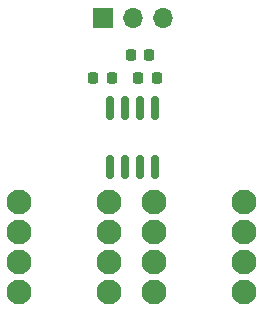
<source format=gbr>
%TF.GenerationSoftware,KiCad,Pcbnew,6.0.2+dfsg-1*%
%TF.CreationDate,2023-01-15T14:48:08-05:00*%
%TF.ProjectId,MLX91221-test,4d4c5839-3132-4323-912d-746573742e6b,rev?*%
%TF.SameCoordinates,Original*%
%TF.FileFunction,Soldermask,Top*%
%TF.FilePolarity,Negative*%
%FSLAX46Y46*%
G04 Gerber Fmt 4.6, Leading zero omitted, Abs format (unit mm)*
G04 Created by KiCad (PCBNEW 6.0.2+dfsg-1) date 2023-01-15 14:48:08*
%MOMM*%
%LPD*%
G01*
G04 APERTURE LIST*
G04 Aperture macros list*
%AMRoundRect*
0 Rectangle with rounded corners*
0 $1 Rounding radius*
0 $2 $3 $4 $5 $6 $7 $8 $9 X,Y pos of 4 corners*
0 Add a 4 corners polygon primitive as box body*
4,1,4,$2,$3,$4,$5,$6,$7,$8,$9,$2,$3,0*
0 Add four circle primitives for the rounded corners*
1,1,$1+$1,$2,$3*
1,1,$1+$1,$4,$5*
1,1,$1+$1,$6,$7*
1,1,$1+$1,$8,$9*
0 Add four rect primitives between the rounded corners*
20,1,$1+$1,$2,$3,$4,$5,0*
20,1,$1+$1,$4,$5,$6,$7,0*
20,1,$1+$1,$6,$7,$8,$9,0*
20,1,$1+$1,$8,$9,$2,$3,0*%
G04 Aperture macros list end*
%ADD10C,2.100000*%
%ADD11RoundRect,0.225000X0.225000X0.250000X-0.225000X0.250000X-0.225000X-0.250000X0.225000X-0.250000X0*%
%ADD12RoundRect,0.225000X-0.225000X-0.250000X0.225000X-0.250000X0.225000X0.250000X-0.225000X0.250000X0*%
%ADD13R,1.700000X1.700000*%
%ADD14O,1.700000X1.700000*%
%ADD15RoundRect,0.150000X0.150000X-0.825000X0.150000X0.825000X-0.150000X0.825000X-0.150000X-0.825000X0*%
G04 APERTURE END LIST*
D10*
%TO.C,J2*%
X56413200Y-101988900D03*
X64033200Y-101988900D03*
X64033200Y-107068900D03*
X64033200Y-104528900D03*
X56413200Y-107068900D03*
X64033200Y-99448900D03*
X56413200Y-99448900D03*
X56413200Y-104528900D03*
%TD*%
D11*
%TO.C,C1*%
X64275000Y-88900000D03*
X62725000Y-88900000D03*
%TD*%
D12*
%TO.C,C2*%
X66535000Y-88900000D03*
X68085000Y-88900000D03*
%TD*%
D10*
%TO.C,J3*%
X67843200Y-99448900D03*
X75463200Y-107068900D03*
X67843200Y-107068900D03*
X67843200Y-104528900D03*
X75463200Y-104528900D03*
X75463200Y-99448900D03*
X75463200Y-101988900D03*
X67843200Y-101988900D03*
%TD*%
D13*
%TO.C,J1*%
X63515000Y-83820000D03*
D14*
X66055000Y-83820000D03*
X68595000Y-83820000D03*
%TD*%
D12*
%TO.C,C3*%
X65900000Y-86995000D03*
X67450000Y-86995000D03*
%TD*%
D15*
%TO.C,U1*%
X64135000Y-96455000D03*
X65405000Y-96455000D03*
X66675000Y-96455000D03*
X67945000Y-96455000D03*
X67945000Y-91505000D03*
X66675000Y-91505000D03*
X65405000Y-91505000D03*
X64135000Y-91505000D03*
%TD*%
M02*

</source>
